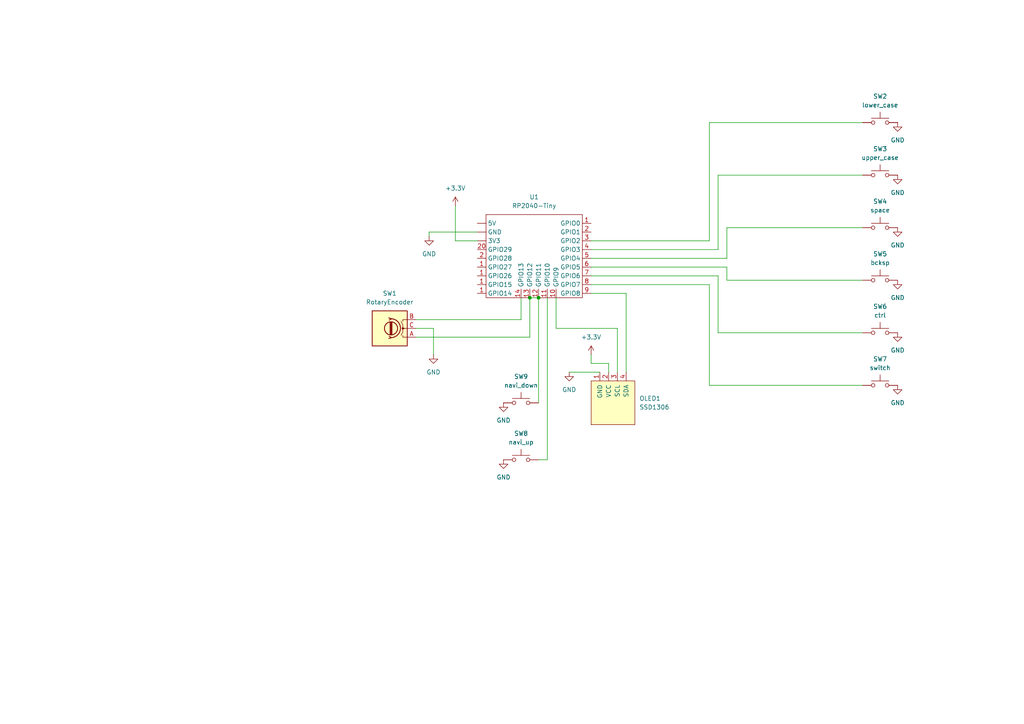
<source format=kicad_sch>
(kicad_sch (version 20250114) (generator "eeschema") (generator_version "9.0")
  (paper "A4")
  (lib_symbols
    (symbol "Device:RotaryEncoder" (pin_names (offset 0.254) (hide yes))
      (property "Reference" "SW" (at 0 6.604 0))
      (property "Value" "RotaryEncoder" (at 0 -6.604 0))
      (symbol "RotaryEncoder_0_1"
        (rectangle (start -5.08 5.08) (end 5.08 -5.08) (stroke (width 0.254)) (fill (type background)))
        (polyline (pts (xy -5.08 2.54) (xy -3.81 2.54) (xy -3.81 2.032)))
        (polyline (pts (xy -5.08 0) (xy -3.81 0) (xy -3.81 -1.016) (xy -3.302 -2.032)))
        (polyline (pts (xy -5.08 -2.54) (xy -3.81 -2.54) (xy -3.81 -2.032)))
        (polyline (pts (xy -4.318 0) (xy -3.81 0) (xy -3.81 1.016) (xy -3.302 2.032)))
        (circle (center -3.81 0) (radius 0.254) (fill (type outline)))
        (polyline (pts (xy -0.635 -1.778) (xy -0.635 1.778)) (stroke (width 0.254)))
        (circle (center -0.381 0) (radius 1.905) (stroke (width 0.254)))
        (polyline (pts (xy -0.381 -1.778) (xy -0.381 1.778)) (stroke (width 0.254)))
        (arc (start -0.381 -2.794) (mid -3.0988 -0.0635) (end -0.381 2.667) (stroke (width 0.254)))
        (polyline (pts (xy -0.127 1.778) (xy -0.127 -1.778)) (stroke (width 0.254)))
        (polyline (pts (xy 0.254 2.921) (xy -0.508 2.667) (xy 0.127 2.286)) (stroke (width 0.254)))
        (polyline (pts (xy 0.254 -3.048) (xy -0.508 -2.794) (xy 0.127 -2.413)) (stroke (width 0.254)))
      )
      (symbol "RotaryEncoder_1_1"
        (pin passive line (at -7.62 2.54 0) (length 2.54) (name "A") (number "A"))
        (pin passive line (at -7.62 0 0) (length 2.54) (name "C") (number "C"))
        (pin passive line (at -7.62 -2.54 0) (length 2.54) (name "B") (number "B"))
      )
    )
    (symbol "RP2040-Tiny:RP2040-Tiny"
      (property "Reference" "U" (at 0 0 0))
      (symbol "RP2040-Tiny_0_1"
        (rectangle (start 0 0) (end 27.94 -24.13))
      )
      (symbol "RP2040-Tiny_1_1"
        (pin bidirectional line (at -2.54 -2.54 0) (length 2.54) (name "5V") (number ""))
        (pin bidirectional line (at -2.54 -5.08 0) (length 2.54) (name "GND") (number ""))
        (pin bidirectional line (at -2.54 -7.62 0) (length 2.54) (name "3V3") (number ""))
        (pin bidirectional line (at -2.54 -10.16 0) (length 2.54) (name "GPIO29") (number "20"))
        (pin bidirectional line (at -2.54 -12.7 0) (length 2.54) (name "GPIO28") (number "2"))
        (pin bidirectional line (at -2.54 -15.24 0) (length 2.54) (name "GPIO27") (number "1"))
        (pin bidirectional line (at -2.54 -17.78 0) (length 2.54) (name "GPIO26") (number "1"))
        (pin bidirectional line (at -2.54 -20.32 0) (length 2.54) (name "GPIO15") (number "1"))
        (pin bidirectional line (at -2.54 -22.86 0) (length 2.54) (name "GPIO14") (number "1"))
        (pin bidirectional line (at 10.16 -24.13 90) (length 2.54) (name "GPIO13") (number "14"))
        (pin bidirectional line (at 12.7 -24.13 90) (length 2.54) (name "GPIO12") (number "13"))
        (pin bidirectional line (at 15.24 -24.13 90) (length 2.54) (name "GPIO11") (number "12"))
        (pin bidirectional line (at 17.78 -24.13 90) (length 2.54) (name "GPIO10") (number "11"))
        (pin bidirectional line (at 20.32 -24.13 90) (length 2.54) (name "GPIO9") (number "10"))
        (pin bidirectional line (at 30.48 -2.54 180) (length 2.54) (name "GPIO0") (number "1"))
        (pin bidirectional line (at 30.48 -5.08 180) (length 2.54) (name "GPIO1") (number "2"))
        (pin bidirectional line (at 30.48 -7.62 180) (length 2.54) (name "GPIO2") (number "3"))
        (pin bidirectional line (at 30.48 -10.16 180) (length 2.54) (name "GPIO3") (number "4"))
        (pin bidirectional line (at 30.48 -12.7 180) (length 2.54) (name "GPIO4") (number "5"))
        (pin bidirectional line (at 30.48 -15.24 180) (length 2.54) (name "GPIO5") (number "6"))
        (pin bidirectional line (at 30.48 -17.78 180) (length 2.54) (name "GPIO6") (number "7"))
        (pin bidirectional line (at 30.48 -20.32 180) (length 2.54) (name "GPIO7") (number "8"))
        (pin bidirectional line (at 30.48 -22.86 180) (length 2.54) (name "GPIO8") (number "9"))
      )
    )
    (symbol "SSD1306-128x64_OLED:SSD1306" (pin_names (offset 1.016))
      (property "Reference" "Brd" (at 0 -3.81 0))
      (property "Value" "SSD1306" (at 0 -1.27 0))
      (symbol "SSD1306_0_1"
        (rectangle (start -6.35 6.35) (end 6.35 -6.35) (fill (type background)))
      )
      (symbol "SSD1306_1_1"
        (pin input line (at -3.81 8.89 270) (length 2.54) (name "GND") (number "1"))
        (pin input line (at -1.27 8.89 270) (length 2.54) (name "VCC") (number "2"))
        (pin input line (at 1.27 8.89 270) (length 2.54) (name "SCL") (number "3"))
        (pin input line (at 3.81 8.89 270) (length 2.54) (name "SDA") (number "4"))
      )
    )
    (symbol "Switch:SW_Push" (pin_numbers (hide yes)) (pin_names (offset 1.016) (hide yes))
      (property "Reference" "SW" (at 1.27 2.54 0))
      (property "Value" "SW_Push" (at 0 -1.524 0))
      (symbol "SW_Push_0_1"
        (circle (center -2.032 0) (radius 0.508))
        (polyline (pts (xy 0 1.27) (xy 0 3.048)))
        (circle (center 2.032 0) (radius 0.508))
        (polyline (pts (xy 2.54 1.27) (xy -2.54 1.27)))
        (pin passive line (at -5.08 0 0) (length 2.54) (name "1") (number "1"))
        (pin passive line (at 5.08 0 180) (length 2.54) (name "2") (number "2"))
      )
    )
    (symbol "power:+3.3V" (power) (pin_numbers (hide yes)) (pin_names (offset 0) (hide yes))
      (property "Value" "+3.3V" (at 0 3.556 0))
      (symbol "+3.3V_0_1"
        (polyline (pts (xy -0.762 1.27) (xy 0 2.54)))
        (polyline (pts (xy 0 2.54) (xy 0.762 1.27)))
        (polyline (pts (xy 0 0) (xy 0 2.54)))
      )
      (symbol "+3.3V_1_1"
        (pin power_in line (at 0 0 90) (length 0) (name "~") (number "1"))
      )
    )
    (symbol "power:GND" (power) (pin_numbers (hide yes)) (pin_names (offset 0) (hide yes))
      (property "Value" "GND" (at 0 -3.81 0))
      (symbol "GND_0_1"
        (polyline (pts (xy 0 0) (xy 0 -1.27) (xy 1.27 -1.27) (xy 0 -2.54) (xy -1.27 -1.27) (xy 0 -1.27)))
      )
      (symbol "GND_1_1"
        (pin power_in line (at 0 0 270) (length 0) (name "~") (number "1"))
      )
    )
  )
  (junction (at 153.67 86.36))
  (junction (at 156.21 86.36))
  (wire (pts (xy 208.28 80.01) (xy 208.28 96.52)))
  (wire (pts (xy 210.82 66.04) (xy 250.19 66.04)))
  (wire (pts (xy 153.67 86.36) (xy 156.21 86.36)))
  (wire (pts (xy 205.74 111.76) (xy 250.19 111.76)))
  (wire (pts (xy 161.29 95.25) (xy 161.29 86.36)))
  (wire (pts (xy 171.45 74.93) (xy 210.82 74.93)))
  (wire (pts (xy 132.08 69.85) (xy 138.43 69.85)))
  (wire (pts (xy 179.07 95.25) (xy 161.29 95.25)))
  (wire (pts (xy 165.1 107.95) (xy 173.99 107.95)))
  (wire (pts (xy 205.74 35.56) (xy 250.19 35.56)))
  (wire (pts (xy 158.75 86.36) (xy 158.75 133.35)))
  (wire (pts (xy 205.74 69.85) (xy 205.74 35.56)))
  (wire (pts (xy 210.82 74.93) (xy 210.82 66.04)))
  (wire (pts (xy 124.46 68.58) (xy 124.46 67.31)))
  (wire (pts (xy 208.28 96.52) (xy 250.19 96.52)))
  (wire (pts (xy 171.45 102.87) (xy 171.45 105.41)))
  (wire (pts (xy 151.13 92.71) (xy 151.13 86.36)))
  (wire (pts (xy 120.65 97.79) (xy 153.67 97.79)))
  (wire (pts (xy 171.45 69.85) (xy 205.74 69.85)))
  (wire (pts (xy 171.45 82.55) (xy 205.74 82.55)))
  (wire (pts (xy 181.61 85.09) (xy 171.45 85.09)))
  (wire (pts (xy 181.61 107.95) (xy 181.61 85.09)))
  (wire (pts (xy 171.45 80.01) (xy 208.28 80.01)))
  (wire (pts (xy 125.73 95.25) (xy 125.73 102.87)))
  (wire (pts (xy 171.45 105.41) (xy 176.53 105.41)))
  (wire (pts (xy 153.67 97.79) (xy 153.67 86.36)))
  (wire (pts (xy 208.28 72.39) (xy 208.28 50.8)))
  (wire (pts (xy 208.28 50.8) (xy 250.19 50.8)))
  (wire (pts (xy 210.82 77.47) (xy 210.82 81.28)))
  (wire (pts (xy 124.46 67.31) (xy 138.43 67.31)))
  (wire (pts (xy 171.45 77.47) (xy 210.82 77.47)))
  (wire (pts (xy 120.65 95.25) (xy 125.73 95.25)))
  (wire (pts (xy 176.53 105.41) (xy 176.53 107.95)))
  (wire (pts (xy 156.21 133.35) (xy 158.75 133.35)))
  (wire (pts (xy 205.74 82.55) (xy 205.74 111.76)))
  (wire (pts (xy 120.65 92.71) (xy 151.13 92.71)))
  (wire (pts (xy 171.45 72.39) (xy 208.28 72.39)))
  (wire (pts (xy 210.82 81.28) (xy 250.19 81.28)))
  (wire (pts (xy 132.08 59.69) (xy 132.08 69.85)))
  (wire (pts (xy 156.21 86.36) (xy 156.21 116.84)))
  (wire (pts (xy 179.07 107.95) (xy 179.07 95.25)))
  (symbol (lib_id "Switch:SW_Push") (at 255.27 81.28 0) (mirror y) (unit 1)
    (property "Reference" "SW5" (at 255.27 73.66 0))
    (property "Value" "bcksp" (at 255.27 76.2 0))
    (property "Description" "Push button switch, generic, two pins" (effects (hide yes)))
  )
  (symbol (lib_id "power:GND") (at 146.05 116.84 0) (mirror y) (unit 1)
    (property "Reference" "#PWR05" (effects (hide yes)))
    (property "Value" "GND" (at 146.05 121.92 0))
    (property "Description" "Power symbol creates a global label with name \"GND\" , ground" (effects (hide yes)))
  )
  (symbol (lib_id "power:+3.3V") (at 171.45 102.87 0) (mirror y) (unit 1)
    (property "Reference" "#PWR03" (effects (hide yes)))
    (property "Value" "+3.3V" (at 171.45 97.79 0))
    (property "Description" "Power symbol creates a global label with name \"+3.3V\"" (effects (hide yes)))
  )
  (symbol (lib_id "Switch:SW_Push") (at 255.27 96.52 0) (mirror y) (unit 1)
    (property "Reference" "SW6" (at 255.27 88.9 0))
    (property "Value" "ctrl" (at 255.27 91.44 0))
    (property "Description" "Push button switch, generic, two pins" (effects (hide yes)))
  )
  (symbol (lib_id "Device:RotaryEncoder") (at 113.03 95.25 180) (unit 1)
    (property "Reference" "SW1" (at 113.03 85.09 0))
    (property "Value" "RotaryEncoder" (at 113.03 87.63 0))
    (property "Description" "Rotary encoder, dual channel, incremental quadrate outputs" (effects (hide yes)))
  )
  (symbol (lib_id "Switch:SW_Push") (at 255.27 111.76 0) (mirror y) (unit 1)
    (property "Reference" "SW7" (at 255.27 104.14 0))
    (property "Value" "switch" (at 255.27 106.68 0))
    (property "Description" "Push button switch, generic, two pins" (effects (hide yes)))
  )
  (symbol (lib_id "RP2040-Tiny:RP2040-Tiny") (at 140.97 62.23 0) (unit 1)
    (property "Reference" "U1" (at 154.94 57.15 0))
    (property "Value" "RP2040-Tiny" (at 154.94 59.69 0))
  )
  (symbol (lib_id "power:GND") (at 165.1 107.95 0) (unit 1)
    (property "Reference" "#PWR02" (effects (hide yes)))
    (property "Value" "GND" (at 165.1 113.03 0))
    (property "Description" "Power symbol creates a global label with name \"GND\" , ground" (effects (hide yes)))
  )
  (symbol (lib_id "power:GND") (at 260.35 66.04 0) (mirror y) (unit 1)
    (property "Reference" "#PWR09" (effects (hide yes)))
    (property "Value" "GND" (at 260.35 71.12 0))
    (property "Description" "Power symbol creates a global label with name \"GND\" , ground" (effects (hide yes)))
  )
  (symbol (lib_id "power:GND") (at 260.35 50.8 0) (mirror y) (unit 1)
    (property "Reference" "#PWR010" (effects (hide yes)))
    (property "Value" "GND" (at 260.35 55.88 0))
    (property "Description" "Power symbol creates a global label with name \"GND\" , ground" (effects (hide yes)))
  )
  (symbol (lib_id "power:GND") (at 260.35 111.76 0) (mirror y) (unit 1)
    (property "Reference" "#PWR04" (effects (hide yes)))
    (property "Value" "GND" (at 260.35 116.84 0))
    (property "Description" "Power symbol creates a global label with name \"GND\" , ground" (effects (hide yes)))
  )
  (symbol (lib_id "power:GND") (at 260.35 81.28 0) (mirror y) (unit 1)
    (property "Reference" "#PWR08" (effects (hide yes)))
    (property "Value" "GND" (at 260.35 86.36 0))
    (property "Description" "Power symbol creates a global label with name \"GND\" , ground" (effects (hide yes)))
  )
  (symbol (lib_id "Switch:SW_Push") (at 255.27 66.04 0) (mirror y) (unit 1)
    (property "Reference" "SW4" (at 255.27 58.42 0))
    (property "Value" "space" (at 255.27 60.96 0))
    (property "Description" "Push button switch, generic, two pins" (effects (hide yes)))
  )
  (symbol (lib_id "power:GND") (at 260.35 96.52 0) (mirror y) (unit 1)
    (property "Reference" "#PWR07" (effects (hide yes)))
    (property "Value" "GND" (at 260.35 101.6 0))
    (property "Description" "Power symbol creates a global label with name \"GND\" , ground" (effects (hide yes)))
  )
  (symbol (lib_id "Switch:SW_Push") (at 151.13 116.84 0) (mirror y) (unit 1)
    (property "Reference" "SW9" (at 151.13 109.22 0))
    (property "Value" "navi_down" (at 151.13 111.76 0))
    (property "Description" "Push button switch, generic, two pins" (effects (hide yes)))
  )
  (symbol (lib_id "power:GND") (at 124.46 68.58 0) (unit 1)
    (property "Reference" "#PWR013" (effects (hide yes)))
    (property "Value" "GND" (at 124.46 73.66 0))
    (property "Description" "Power symbol creates a global label with name \"GND\" , ground" (effects (hide yes)))
  )
  (symbol (lib_id "SSD1306-128x64_OLED:SSD1306") (at 177.8 116.84 0) (unit 1)
    (property "Reference" "OLED1" (at 185.42 115.5699 0) (effects (justify left)))
    (property "Value" "SSD1306" (at 185.42 118.1099 0) (effects (justify left)))
    (property "Description" "SSD1306 OLED" (effects (hide yes)))
  )
  (symbol (lib_id "power:GND") (at 260.35 35.56 0) (mirror y) (unit 1)
    (property "Reference" "#PWR011" (effects (hide yes)))
    (property "Value" "GND" (at 260.35 40.64 0))
    (property "Description" "Power symbol creates a global label with name \"GND\" , ground" (effects (hide yes)))
  )
  (symbol (lib_id "power:+3.3V") (at 132.08 59.69 0) (mirror y) (unit 1)
    (property "Reference" "#PWR014" (effects (hide yes)))
    (property "Value" "+3.3V" (at 132.08 54.61 0))
    (property "Description" "Power symbol creates a global label with name \"+3.3V\"" (effects (hide yes)))
  )
  (symbol (lib_id "power:GND") (at 125.73 102.87 0) (unit 1)
    (property "Reference" "#PWR01" (effects (hide yes)))
    (property "Value" "GND" (at 125.73 107.95 0))
    (property "Description" "Power symbol creates a global label with name \"GND\" , ground" (effects (hide yes)))
  )
  (symbol (lib_id "Switch:SW_Push") (at 255.27 50.8 0) (mirror y) (unit 1)
    (property "Reference" "SW3" (at 255.27 43.18 0))
    (property "Value" "upper_case" (at 255.27 45.72 0))
    (property "Description" "Push button switch, generic, two pins" (effects (hide yes)))
  )
  (symbol (lib_id "Switch:SW_Push") (at 151.13 133.35 0) (mirror y) (unit 1)
    (property "Reference" "SW8" (at 151.13 125.73 0))
    (property "Value" "navi_up" (at 151.13 128.27 0))
    (property "Description" "Push button switch, generic, two pins" (effects (hide yes)))
  )
  (symbol (lib_id "power:GND") (at 146.05 133.35 0) (mirror y) (unit 1)
    (property "Reference" "#PWR06" (effects (hide yes)))
    (property "Value" "GND" (at 146.05 138.43 0))
    (property "Description" "Power symbol creates a global label with name \"GND\" , ground" (effects (hide yes)))
  )
  (symbol (lib_id "Switch:SW_Push") (at 255.27 35.56 0) (mirror y) (unit 1)
    (property "Reference" "SW2" (at 255.27 27.94 0))
    (property "Value" "lower_case" (at 255.27 30.48 0))
    (property "Description" "Push button switch, generic, two pins" (effects (hide yes)))
  )
)
</source>
